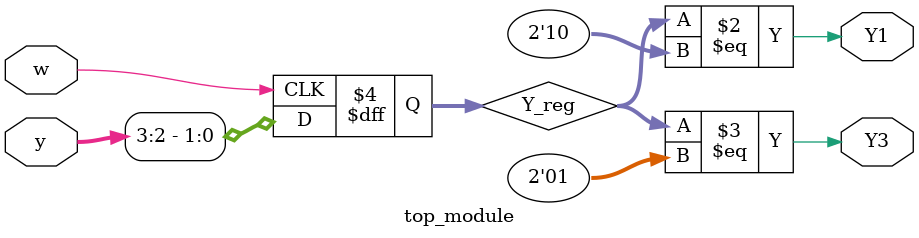
<source format=sv>
module top_module (
	input [5:0] y,
	input w,
	output Y1,
	output Y3
);

reg [1:0] Y_reg;

always @(posedge w) begin
	Y_reg <= y[3:2];
end

assign Y1 = (Y_reg == 2'b10);
assign Y3 = (Y_reg == 2'b01);

endmodule

</source>
